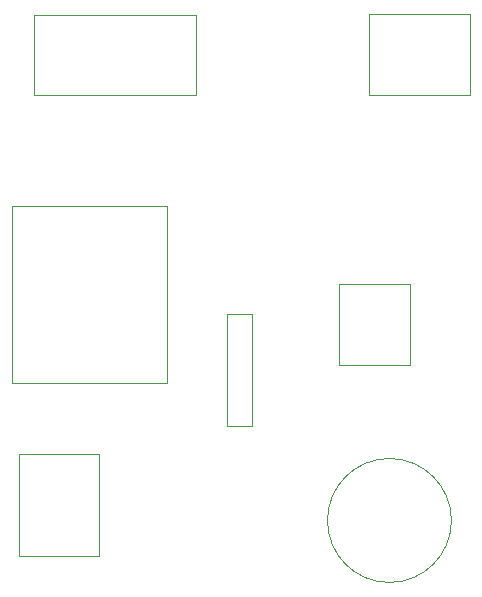
<source format=gbr>
%TF.GenerationSoftware,KiCad,Pcbnew,(6.0.5-0)*%
%TF.CreationDate,2023-02-05T23:58:47+00:00*%
%TF.ProjectId,Resonator_v3,5265736f-6e61-4746-9f72-5f76332e6b69,rev?*%
%TF.SameCoordinates,PXfffec780PYc85b810*%
%TF.FileFunction,Other,User*%
%FSLAX46Y46*%
G04 Gerber Fmt 4.6, Leading zero omitted, Abs format (unit mm)*
G04 Created by KiCad (PCBNEW (6.0.5-0)) date 2023-02-05 23:58:47*
%MOMM*%
%LPD*%
G01*
G04 APERTURE LIST*
%ADD10C,0.050000*%
G04 APERTURE END LIST*
D10*
%TO.C,J2*%
X139010000Y109370000D02*
X132930000Y109370000D01*
X132930000Y109370000D02*
X132930000Y102570000D01*
X132930000Y102570000D02*
X139010000Y102570000D01*
X139010000Y102570000D02*
X139010000Y109370000D01*
%TO.C,J3*%
X120865081Y125382052D02*
X120865081Y132182052D01*
X107165081Y125382052D02*
X120865081Y125382052D01*
X120865081Y132182052D02*
X107165081Y132182052D01*
X107165081Y132182052D02*
X107165081Y125382052D01*
%TO.C,R1*%
X123490000Y106900000D02*
X123490000Y97380000D01*
X125590000Y106900000D02*
X123490000Y106900000D01*
X123490000Y97380000D02*
X125590000Y97380000D01*
X125590000Y97380000D02*
X125590000Y106900000D01*
%TO.C,J4*%
X118415000Y115965000D02*
X105265000Y115965000D01*
X118415000Y101015000D02*
X118415000Y115965000D01*
X105265000Y115965000D02*
X105265000Y101015000D01*
X105265000Y101015000D02*
X118415000Y101015000D01*
%TO.C,J5*%
X112680000Y95020000D02*
X105880000Y95020000D01*
X105880000Y86400000D02*
X112680000Y86400000D01*
X105880000Y95020000D02*
X105880000Y86400000D01*
X112680000Y86400000D02*
X112680000Y95020000D01*
%TO.C,1000uf1*%
X142490000Y89380000D02*
G75*
G03*
X142490000Y89380000I-5250000J0D01*
G01*
%TO.C,J1*%
X144090000Y132230000D02*
X135470000Y132230000D01*
X135470000Y125430000D02*
X144090000Y125430000D01*
X144090000Y125430000D02*
X144090000Y132230000D01*
X135470000Y132230000D02*
X135470000Y125430000D01*
%TD*%
M02*

</source>
